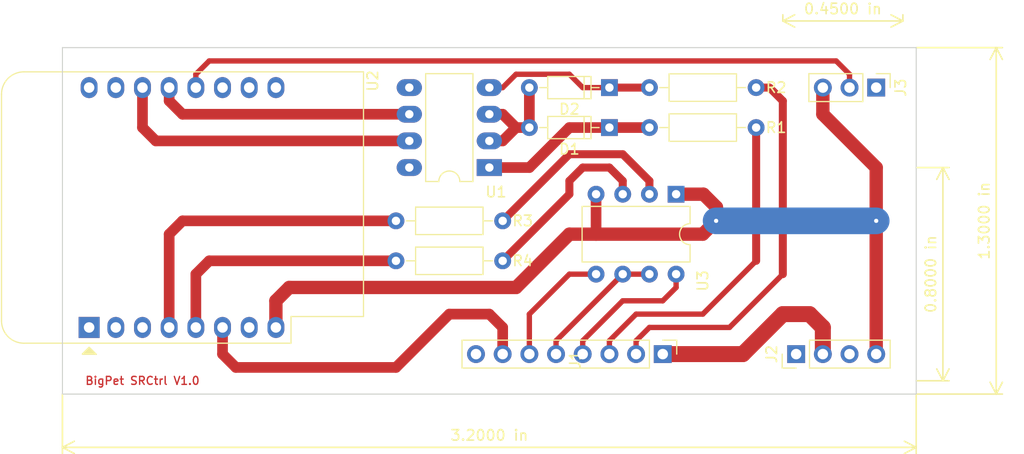
<source format=kicad_pcb>
(kicad_pcb (version 20171130) (host pcbnew "(5.1.0)-1")

  (general
    (thickness 1.6)
    (drawings 9)
    (tracks 96)
    (zones 0)
    (modules 12)
    (nets 20)
  )

  (page A4)
  (layers
    (0 F.Cu signal)
    (31 B.Cu signal)
    (32 B.Adhes user)
    (33 F.Adhes user)
    (34 B.Paste user)
    (35 F.Paste user)
    (36 B.SilkS user)
    (37 F.SilkS user)
    (38 B.Mask user)
    (39 F.Mask user)
    (40 Dwgs.User user)
    (41 Cmts.User user)
    (42 Eco1.User user)
    (43 Eco2.User user)
    (44 Edge.Cuts user)
    (45 Margin user)
    (46 B.CrtYd user)
    (47 F.CrtYd user)
    (48 B.Fab user)
    (49 F.Fab user)
  )

  (setup
    (last_trace_width 0.762)
    (user_trace_width 0.254)
    (user_trace_width 0.508)
    (user_trace_width 0.762)
    (user_trace_width 1.016)
    (user_trace_width 1.27)
    (user_trace_width 1.524)
    (user_trace_width 2.032)
    (user_trace_width 2.54)
    (user_trace_width 3.81)
    (user_trace_width 5.08)
    (trace_clearance 0.25)
    (zone_clearance 0.508)
    (zone_45_only no)
    (trace_min 0.2)
    (via_size 0.8)
    (via_drill 0.4)
    (via_min_size 0.4)
    (via_min_drill 0.3)
    (uvia_size 0.3)
    (uvia_drill 0.1)
    (uvias_allowed no)
    (uvia_min_size 0.2)
    (uvia_min_drill 0.1)
    (edge_width 0.1)
    (segment_width 0.2)
    (pcb_text_width 0.3)
    (pcb_text_size 1.5 1.5)
    (mod_edge_width 0.15)
    (mod_text_size 1 1)
    (mod_text_width 0.15)
    (pad_size 1.524 1.524)
    (pad_drill 0.762)
    (pad_to_mask_clearance 0)
    (aux_axis_origin 0 0)
    (visible_elements 7FFFFFFF)
    (pcbplotparams
      (layerselection 0x010fc_ffffffff)
      (usegerberextensions false)
      (usegerberattributes false)
      (usegerberadvancedattributes false)
      (creategerberjobfile false)
      (excludeedgelayer true)
      (linewidth 0.100000)
      (plotframeref false)
      (viasonmask false)
      (mode 1)
      (useauxorigin false)
      (hpglpennumber 1)
      (hpglpenspeed 20)
      (hpglpendiameter 15.000000)
      (psnegative false)
      (psa4output false)
      (plotreference true)
      (plotvalue true)
      (plotinvisibletext false)
      (padsonsilk false)
      (subtractmaskfromsilk false)
      (outputformat 1)
      (mirror false)
      (drillshape 1)
      (scaleselection 1)
      (outputdirectory ""))
  )

  (net 0 "")
  (net 1 "Net-(D1-Pad2)")
  (net 2 "Net-(D1-Pad1)")
  (net 3 "Net-(D2-Pad1)")
  (net 4 GND)
  (net 5 /HallSensorIn)
  (net 6 /TasterOut2)
  (net 7 /TasterOutCom)
  (net 8 /TasterOut1)
  (net 9 /MotorIn2)
  (net 10 /MotorIn1)
  (net 11 +24V)
  (net 12 VCC)
  (net 13 /DQ)
  (net 14 "Net-(R3-Pad2)")
  (net 15 /Taster1)
  (net 16 /Taster2)
  (net 17 "Net-(R4-Pad2)")
  (net 18 /Motor1)
  (net 19 /Motor2)

  (net_class Default "Dies ist die voreingestellte Netzklasse."
    (clearance 0.25)
    (trace_width 0.25)
    (via_dia 0.8)
    (via_drill 0.4)
    (uvia_dia 0.3)
    (uvia_drill 0.1)
    (add_net +24V)
    (add_net /DQ)
    (add_net /HallSensorIn)
    (add_net /Motor1)
    (add_net /Motor2)
    (add_net /MotorIn1)
    (add_net /MotorIn2)
    (add_net /Taster1)
    (add_net /Taster2)
    (add_net /TasterOut1)
    (add_net /TasterOut2)
    (add_net /TasterOutCom)
    (add_net GND)
    (add_net "Net-(D1-Pad1)")
    (add_net "Net-(D1-Pad2)")
    (add_net "Net-(D2-Pad1)")
    (add_net "Net-(R3-Pad2)")
    (add_net "Net-(R4-Pad2)")
    (add_net VCC)
  )

  (module Resistors_ThroughHole:R_Axial_DIN0207_L6.3mm_D2.5mm_P10.16mm_Horizontal (layer F.Cu) (tedit 5874F706) (tstamp 5CFE5D49)
    (at 123.19 45.72)
    (descr "Resistor, Axial_DIN0207 series, Axial, Horizontal, pin pitch=10.16mm, 0.25W = 1/4W, length*diameter=6.3*2.5mm^2, http://cdn-reichelt.de/documents/datenblatt/B400/1_4W%23YAG.pdf")
    (tags "Resistor Axial_DIN0207 series Axial Horizontal pin pitch 10.16mm 0.25W = 1/4W length 6.3mm diameter 2.5mm")
    (path /5C9AF440)
    (fp_text reference R4 (at 12.065 0) (layer F.SilkS)
      (effects (font (size 1 1) (thickness 0.15)))
    )
    (fp_text value 560 (at 5.08 0) (layer F.Fab)
      (effects (font (size 1 1) (thickness 0.15)))
    )
    (fp_line (start 1.93 -1.25) (end 1.93 1.25) (layer F.Fab) (width 0.1))
    (fp_line (start 1.93 1.25) (end 8.23 1.25) (layer F.Fab) (width 0.1))
    (fp_line (start 8.23 1.25) (end 8.23 -1.25) (layer F.Fab) (width 0.1))
    (fp_line (start 8.23 -1.25) (end 1.93 -1.25) (layer F.Fab) (width 0.1))
    (fp_line (start 0 0) (end 1.93 0) (layer F.Fab) (width 0.1))
    (fp_line (start 10.16 0) (end 8.23 0) (layer F.Fab) (width 0.1))
    (fp_line (start 1.87 -1.31) (end 1.87 1.31) (layer F.SilkS) (width 0.12))
    (fp_line (start 1.87 1.31) (end 8.29 1.31) (layer F.SilkS) (width 0.12))
    (fp_line (start 8.29 1.31) (end 8.29 -1.31) (layer F.SilkS) (width 0.12))
    (fp_line (start 8.29 -1.31) (end 1.87 -1.31) (layer F.SilkS) (width 0.12))
    (fp_line (start 0.98 0) (end 1.87 0) (layer F.SilkS) (width 0.12))
    (fp_line (start 9.18 0) (end 8.29 0) (layer F.SilkS) (width 0.12))
    (fp_line (start -1.05 -1.6) (end -1.05 1.6) (layer F.CrtYd) (width 0.05))
    (fp_line (start -1.05 1.6) (end 11.25 1.6) (layer F.CrtYd) (width 0.05))
    (fp_line (start 11.25 1.6) (end 11.25 -1.6) (layer F.CrtYd) (width 0.05))
    (fp_line (start 11.25 -1.6) (end -1.05 -1.6) (layer F.CrtYd) (width 0.05))
    (pad 1 thru_hole circle (at 0 0) (size 1.6 1.6) (drill 0.8) (layers *.Cu *.Mask)
      (net 16 /Taster2))
    (pad 2 thru_hole oval (at 10.16 0) (size 1.6 1.6) (drill 0.8) (layers *.Cu *.Mask)
      (net 17 "Net-(R4-Pad2)"))
    (model ${KISYS3DMOD}/Resistors_THT.3dshapes/R_Axial_DIN0207_L6.3mm_D2.5mm_P10.16mm_Horizontal.wrl
      (at (xyz 0 0 0))
      (scale (xyz 0.393701 0.393701 0.393701))
      (rotate (xyz 0 0 0))
    )
  )

  (module Module:WEMOS_D1_mini_light (layer F.Cu) (tedit 5BBFB1CE) (tstamp 5CFE5DA8)
    (at 93.98 52.07 90)
    (descr "16-pin module, column spacing 22.86 mm (900 mils), https://wiki.wemos.cc/products:d1:d1_mini, https://c1.staticflickr.com/1/734/31400410271_f278b087db_z.jpg")
    (tags "ESP8266 WiFi microcontroller")
    (path /5C9AA4E6)
    (fp_text reference U2 (at 23.495 27 90) (layer F.SilkS)
      (effects (font (size 1 1) (thickness 0.15)))
    )
    (fp_text value WeMos_D1_mini (at 11.7 0 90) (layer F.Fab)
      (effects (font (size 1 1) (thickness 0.15)))
    )
    (fp_line (start 1.04 26.12) (end 24.36 26.12) (layer F.SilkS) (width 0.12))
    (fp_line (start -1.5 19.22) (end -1.5 -6.21) (layer F.SilkS) (width 0.12))
    (fp_line (start 24.36 26.12) (end 24.36 -6.21) (layer F.SilkS) (width 0.12))
    (fp_line (start 22.24 -8.34) (end 0.63 -8.34) (layer F.SilkS) (width 0.12))
    (fp_line (start 1.17 25.99) (end 24.23 25.99) (layer F.Fab) (width 0.1))
    (fp_line (start 24.23 25.99) (end 24.23 -6.21) (layer F.Fab) (width 0.1))
    (fp_line (start 22.23 -8.21) (end 0.63 -8.21) (layer F.Fab) (width 0.1))
    (fp_line (start -1.37 1) (end -1.37 19.09) (layer F.Fab) (width 0.1))
    (fp_line (start -1.62 -8.46) (end 24.48 -8.46) (layer F.CrtYd) (width 0.05))
    (fp_line (start 24.48 -8.41) (end 24.48 26.24) (layer F.CrtYd) (width 0.05))
    (fp_line (start 24.48 26.24) (end -1.62 26.24) (layer F.CrtYd) (width 0.05))
    (fp_line (start -1.62 26.24) (end -1.62 -8.46) (layer F.CrtYd) (width 0.05))
    (fp_poly (pts (xy -2.54 -0.635) (xy -2.54 0.635) (xy -1.905 0)) (layer F.SilkS) (width 0.15))
    (fp_line (start -1.35 -1.4) (end 24.25 -1.4) (layer Dwgs.User) (width 0.1))
    (fp_line (start 24.25 -1.4) (end 24.25 -8.2) (layer Dwgs.User) (width 0.1))
    (fp_line (start 24.25 -8.2) (end -1.35 -8.2) (layer Dwgs.User) (width 0.1))
    (fp_line (start -1.35 -8.2) (end -1.35 -1.4) (layer Dwgs.User) (width 0.1))
    (fp_line (start -1.35 -1.4) (end 5.45 -8.2) (layer Dwgs.User) (width 0.1))
    (fp_line (start 0.65 -1.4) (end 7.45 -8.2) (layer Dwgs.User) (width 0.1))
    (fp_line (start 2.65 -1.4) (end 9.45 -8.2) (layer Dwgs.User) (width 0.1))
    (fp_line (start 4.65 -1.4) (end 11.45 -8.2) (layer Dwgs.User) (width 0.1))
    (fp_line (start 6.65 -1.4) (end 13.45 -8.2) (layer Dwgs.User) (width 0.1))
    (fp_line (start 8.65 -1.4) (end 15.45 -8.2) (layer Dwgs.User) (width 0.1))
    (fp_line (start 10.65 -1.4) (end 17.45 -8.2) (layer Dwgs.User) (width 0.1))
    (fp_line (start 12.65 -1.4) (end 19.45 -8.2) (layer Dwgs.User) (width 0.1))
    (fp_line (start 14.65 -1.4) (end 21.45 -8.2) (layer Dwgs.User) (width 0.1))
    (fp_line (start 16.65 -1.4) (end 23.45 -8.2) (layer Dwgs.User) (width 0.1))
    (fp_line (start 18.65 -1.4) (end 24.25 -7) (layer Dwgs.User) (width 0.1))
    (fp_line (start 20.65 -1.4) (end 24.25 -5) (layer Dwgs.User) (width 0.1))
    (fp_line (start 22.65 -1.4) (end 24.25 -3) (layer Dwgs.User) (width 0.1))
    (fp_line (start -1.35 -3.4) (end 3.45 -8.2) (layer Dwgs.User) (width 0.1))
    (fp_line (start -1.3 -5.45) (end 1.45 -8.2) (layer Dwgs.User) (width 0.1))
    (fp_line (start -1.35 -7.4) (end -0.55 -8.2) (layer Dwgs.User) (width 0.1))
    (fp_line (start -1.37 19.09) (end 1.17 19.09) (layer F.Fab) (width 0.1))
    (fp_line (start 1.17 19.09) (end 1.17 25.99) (layer F.Fab) (width 0.1))
    (fp_line (start -1.37 -6.21) (end -1.37 -1) (layer F.Fab) (width 0.1))
    (fp_line (start -1.37 1) (end -0.37 0) (layer F.Fab) (width 0.1))
    (fp_line (start -0.37 0) (end -1.37 -1) (layer F.Fab) (width 0.1))
    (fp_arc (start 0.63 -6.21) (end 0.63 -8.21) (angle -90) (layer F.Fab) (width 0.1))
    (fp_arc (start 22.23 -6.21) (end 24.23 -6.19) (angle -90) (layer F.Fab) (width 0.1))
    (fp_line (start -1.5 19.22) (end 1.04 19.22) (layer F.SilkS) (width 0.12))
    (fp_line (start 1.04 19.22) (end 1.04 26.12) (layer F.SilkS) (width 0.12))
    (fp_arc (start 0.63 -6.21) (end 0.63 -8.34) (angle -90) (layer F.SilkS) (width 0.12))
    (fp_arc (start 22.23 -6.21) (end 24.36 -6.21) (angle -90) (layer F.SilkS) (width 0.12))
    (fp_text user "KEEP OUT" (at 11.43 -6.35 90) (layer Cmts.User)
      (effects (font (size 1 1) (thickness 0.15)))
    )
    (fp_text user "No copper" (at 11.43 -3.81 90) (layer Cmts.User)
      (effects (font (size 1 1) (thickness 0.15)))
    )
    (pad 2 thru_hole oval (at 0 2.54 90) (size 2 1.6) (drill 1) (layers *.Cu *.Mask))
    (pad 1 thru_hole rect (at 0 0 90) (size 2 2) (drill 1) (layers *.Cu *.Mask))
    (pad 3 thru_hole oval (at 0 5.08 90) (size 2 1.6) (drill 1) (layers *.Cu *.Mask))
    (pad 4 thru_hole oval (at 0 7.62 90) (size 2 1.6) (drill 1) (layers *.Cu *.Mask)
      (net 15 /Taster1))
    (pad 5 thru_hole oval (at 0 10.16 90) (size 2 1.6) (drill 1) (layers *.Cu *.Mask)
      (net 16 /Taster2))
    (pad 6 thru_hole oval (at 0 12.7 90) (size 2 1.6) (drill 1) (layers *.Cu *.Mask)
      (net 5 /HallSensorIn))
    (pad 7 thru_hole oval (at 0 15.24 90) (size 2 1.6) (drill 1) (layers *.Cu *.Mask))
    (pad 8 thru_hole oval (at 0 17.78 90) (size 2 1.6) (drill 1) (layers *.Cu *.Mask)
      (net 12 VCC))
    (pad 9 thru_hole oval (at 22.86 17.78 90) (size 2 1.6) (drill 1) (layers *.Cu *.Mask))
    (pad 10 thru_hole oval (at 22.86 15.24 90) (size 2 1.6) (drill 1) (layers *.Cu *.Mask)
      (net 4 GND))
    (pad 11 thru_hole oval (at 22.86 12.7 90) (size 2 1.6) (drill 1) (layers *.Cu *.Mask))
    (pad 12 thru_hole oval (at 22.86 10.16 90) (size 2 1.6) (drill 1) (layers *.Cu *.Mask)
      (net 13 /DQ))
    (pad 13 thru_hole oval (at 22.86 7.62 90) (size 2 1.6) (drill 1) (layers *.Cu *.Mask)
      (net 19 /Motor2))
    (pad 14 thru_hole oval (at 22.86 5.08 90) (size 2 1.6) (drill 1) (layers *.Cu *.Mask)
      (net 18 /Motor1))
    (pad 15 thru_hole oval (at 22.86 2.54 90) (size 2 1.6) (drill 1) (layers *.Cu *.Mask))
    (pad 16 thru_hole oval (at 22.86 0 90) (size 2 1.6) (drill 1) (layers *.Cu *.Mask))
    (model ${KISYS3DMOD}/Module.3dshapes/WEMOS_D1_mini_light.wrl
      (at (xyz 0 0 0))
      (scale (xyz 1 1 1))
      (rotate (xyz 0 0 0))
    )
    (model ${KISYS3DMOD}/Connector_PinHeader_2.54mm.3dshapes/PinHeader_1x08_P2.54mm_Vertical.wrl
      (offset (xyz 0 0 9.5))
      (scale (xyz 1 1 1))
      (rotate (xyz 0 -180 0))
    )
    (model ${KISYS3DMOD}/Connector_PinHeader_2.54mm.3dshapes/PinHeader_1x08_P2.54mm_Vertical.wrl
      (offset (xyz 22.86 0 9.5))
      (scale (xyz 1 1 1))
      (rotate (xyz 0 -180 0))
    )
    (model ${KISYS3DMOD}/Connector_PinSocket_2.54mm.3dshapes/PinSocket_1x08_P2.54mm_Vertical.wrl
      (at (xyz 0 0 0))
      (scale (xyz 1 1 1))
      (rotate (xyz 0 0 0))
    )
    (model ${KISYS3DMOD}/Connector_PinSocket_2.54mm.3dshapes/PinSocket_1x08_P2.54mm_Vertical.wrl
      (offset (xyz 22.86 0 0))
      (scale (xyz 1 1 1))
      (rotate (xyz 0 0 0))
    )
  )

  (module Pin_Headers:Pin_Header_Straight_1x08_Pitch2.54mm (layer F.Cu) (tedit 59650532) (tstamp 5CFF4603)
    (at 148.59 54.61 270)
    (descr "Through hole straight pin header, 1x08, 2.54mm pitch, single row")
    (tags "Through hole pin header THT 1x08 2.54mm single row")
    (path /5CF996DA)
    (fp_text reference J1 (at 0.534999 8.334999 270) (layer F.SilkS)
      (effects (font (size 1 1) (thickness 0.15)))
    )
    (fp_text value GW60 (at 2.54 8.89) (layer F.Fab)
      (effects (font (size 1 1) (thickness 0.15)))
    )
    (fp_text user %R (at 0 8.89) (layer F.Fab)
      (effects (font (size 1 1) (thickness 0.15)))
    )
    (fp_line (start 1.8 -1.8) (end -1.8 -1.8) (layer F.CrtYd) (width 0.05))
    (fp_line (start 1.8 19.55) (end 1.8 -1.8) (layer F.CrtYd) (width 0.05))
    (fp_line (start -1.8 19.55) (end 1.8 19.55) (layer F.CrtYd) (width 0.05))
    (fp_line (start -1.8 -1.8) (end -1.8 19.55) (layer F.CrtYd) (width 0.05))
    (fp_line (start -1.33 -1.33) (end 0 -1.33) (layer F.SilkS) (width 0.12))
    (fp_line (start -1.33 0) (end -1.33 -1.33) (layer F.SilkS) (width 0.12))
    (fp_line (start -1.33 1.27) (end 1.33 1.27) (layer F.SilkS) (width 0.12))
    (fp_line (start 1.33 1.27) (end 1.33 19.11) (layer F.SilkS) (width 0.12))
    (fp_line (start -1.33 1.27) (end -1.33 19.11) (layer F.SilkS) (width 0.12))
    (fp_line (start -1.33 19.11) (end 1.33 19.11) (layer F.SilkS) (width 0.12))
    (fp_line (start -1.27 -0.635) (end -0.635 -1.27) (layer F.Fab) (width 0.1))
    (fp_line (start -1.27 19.05) (end -1.27 -0.635) (layer F.Fab) (width 0.1))
    (fp_line (start 1.27 19.05) (end -1.27 19.05) (layer F.Fab) (width 0.1))
    (fp_line (start 1.27 -1.27) (end 1.27 19.05) (layer F.Fab) (width 0.1))
    (fp_line (start -0.635 -1.27) (end 1.27 -1.27) (layer F.Fab) (width 0.1))
    (pad 8 thru_hole oval (at 0 17.78 270) (size 1.7 1.7) (drill 1) (layers *.Cu *.Mask)
      (net 4 GND))
    (pad 7 thru_hole oval (at 0 15.24 270) (size 1.7 1.7) (drill 1) (layers *.Cu *.Mask)
      (net 5 /HallSensorIn))
    (pad 6 thru_hole oval (at 0 12.7 270) (size 1.7 1.7) (drill 1) (layers *.Cu *.Mask)
      (net 6 /TasterOut2))
    (pad 5 thru_hole oval (at 0 10.16 270) (size 1.7 1.7) (drill 1) (layers *.Cu *.Mask)
      (net 7 /TasterOutCom))
    (pad 4 thru_hole oval (at 0 7.62 270) (size 1.7 1.7) (drill 1) (layers *.Cu *.Mask)
      (net 8 /TasterOut1))
    (pad 3 thru_hole oval (at 0 5.08 270) (size 1.7 1.7) (drill 1) (layers *.Cu *.Mask)
      (net 10 /MotorIn1))
    (pad 2 thru_hole oval (at 0 2.54 270) (size 1.7 1.7) (drill 1) (layers *.Cu *.Mask)
      (net 9 /MotorIn2))
    (pad 1 thru_hole rect (at 0 0 270) (size 1.7 1.7) (drill 1) (layers *.Cu *.Mask)
      (net 11 +24V))
    (model ${KISYS3DMOD}/Pin_Headers.3dshapes/Pin_Header_Straight_1x08_Pitch2.54mm.wrl
      (at (xyz 0 0 0))
      (scale (xyz 1 1 1))
      (rotate (xyz 0 0 0))
    )
  )

  (module Housings_DIP:DIP-8_W7.62mm (layer F.Cu) (tedit 59C78D6B) (tstamp 5CFED030)
    (at 149.86 39.37 270)
    (descr "8-lead though-hole mounted DIP package, row spacing 7.62 mm (300 mils)")
    (tags "THT DIP DIL PDIP 2.54mm 7.62mm 300mil")
    (path /5C9A528C)
    (fp_text reference U3 (at 8.255 -2.54 270) (layer F.SilkS)
      (effects (font (size 1 1) (thickness 0.15)))
    )
    (fp_text value TLP504A (at 2.54 3.81) (layer F.Fab)
      (effects (font (size 1 1) (thickness 0.15)))
    )
    (fp_text user %R (at 5.08 4.445) (layer F.Fab)
      (effects (font (size 1 1) (thickness 0.15)))
    )
    (fp_line (start 8.7 -1.55) (end -1.1 -1.55) (layer F.CrtYd) (width 0.05))
    (fp_line (start 8.7 9.15) (end 8.7 -1.55) (layer F.CrtYd) (width 0.05))
    (fp_line (start -1.1 9.15) (end 8.7 9.15) (layer F.CrtYd) (width 0.05))
    (fp_line (start -1.1 -1.55) (end -1.1 9.15) (layer F.CrtYd) (width 0.05))
    (fp_line (start 6.46 -1.33) (end 4.81 -1.33) (layer F.SilkS) (width 0.12))
    (fp_line (start 6.46 8.95) (end 6.46 -1.33) (layer F.SilkS) (width 0.12))
    (fp_line (start 1.16 8.95) (end 6.46 8.95) (layer F.SilkS) (width 0.12))
    (fp_line (start 1.16 -1.33) (end 1.16 8.95) (layer F.SilkS) (width 0.12))
    (fp_line (start 2.81 -1.33) (end 1.16 -1.33) (layer F.SilkS) (width 0.12))
    (fp_line (start 0.635 -0.27) (end 1.635 -1.27) (layer F.Fab) (width 0.1))
    (fp_line (start 0.635 8.89) (end 0.635 -0.27) (layer F.Fab) (width 0.1))
    (fp_line (start 6.985 8.89) (end 0.635 8.89) (layer F.Fab) (width 0.1))
    (fp_line (start 6.985 -1.27) (end 6.985 8.89) (layer F.Fab) (width 0.1))
    (fp_line (start 1.635 -1.27) (end 6.985 -1.27) (layer F.Fab) (width 0.1))
    (fp_arc (start 3.81 -1.33) (end 2.81 -1.33) (angle -180) (layer F.SilkS) (width 0.12))
    (pad 8 thru_hole oval (at 7.62 0 270) (size 1.6 1.6) (drill 0.8) (layers *.Cu *.Mask)
      (net 8 /TasterOut1))
    (pad 4 thru_hole oval (at 0 7.62 270) (size 1.6 1.6) (drill 0.8) (layers *.Cu *.Mask)
      (net 12 VCC))
    (pad 7 thru_hole oval (at 7.62 2.54 270) (size 1.6 1.6) (drill 0.8) (layers *.Cu *.Mask)
      (net 7 /TasterOutCom))
    (pad 3 thru_hole oval (at 0 5.08 270) (size 1.6 1.6) (drill 0.8) (layers *.Cu *.Mask)
      (net 17 "Net-(R4-Pad2)"))
    (pad 6 thru_hole oval (at 7.62 5.08 270) (size 1.6 1.6) (drill 0.8) (layers *.Cu *.Mask)
      (net 7 /TasterOutCom))
    (pad 2 thru_hole oval (at 0 2.54 270) (size 1.6 1.6) (drill 0.8) (layers *.Cu *.Mask)
      (net 14 "Net-(R3-Pad2)"))
    (pad 5 thru_hole oval (at 7.62 7.62 270) (size 1.6 1.6) (drill 0.8) (layers *.Cu *.Mask)
      (net 6 /TasterOut2))
    (pad 1 thru_hole rect (at 0 0 270) (size 1.6 1.6) (drill 0.8) (layers *.Cu *.Mask)
      (net 12 VCC))
    (model ${KISYS3DMOD}/Housings_DIP.3dshapes/DIP-8_W7.62mm.wrl
      (at (xyz 0 0 0))
      (scale (xyz 1 1 1))
      (rotate (xyz 0 0 0))
    )
  )

  (module Housings_DIP:DIP-8_W7.62mm_LongPads (layer F.Cu) (tedit 59C78D6B) (tstamp 5CFE5D65)
    (at 132.08 36.83 180)
    (descr "8-lead though-hole mounted DIP package, row spacing 7.62 mm (300 mils), LongPads")
    (tags "THT DIP DIL PDIP 2.54mm 7.62mm 300mil LongPads")
    (path /5C9A21C0)
    (fp_text reference U1 (at -0.635 -2.33 180) (layer F.SilkS)
      (effects (font (size 1 1) (thickness 0.15)))
    )
    (fp_text value TLP504A (at 4.445 3.81 270) (layer F.Fab)
      (effects (font (size 1 1) (thickness 0.15)))
    )
    (fp_text user %R (at 2.54 3.81 270) (layer F.Fab)
      (effects (font (size 1 1) (thickness 0.15)))
    )
    (fp_line (start 9.1 -1.55) (end -1.45 -1.55) (layer F.CrtYd) (width 0.05))
    (fp_line (start 9.1 9.15) (end 9.1 -1.55) (layer F.CrtYd) (width 0.05))
    (fp_line (start -1.45 9.15) (end 9.1 9.15) (layer F.CrtYd) (width 0.05))
    (fp_line (start -1.45 -1.55) (end -1.45 9.15) (layer F.CrtYd) (width 0.05))
    (fp_line (start 6.06 -1.33) (end 4.81 -1.33) (layer F.SilkS) (width 0.12))
    (fp_line (start 6.06 8.95) (end 6.06 -1.33) (layer F.SilkS) (width 0.12))
    (fp_line (start 1.56 8.95) (end 6.06 8.95) (layer F.SilkS) (width 0.12))
    (fp_line (start 1.56 -1.33) (end 1.56 8.95) (layer F.SilkS) (width 0.12))
    (fp_line (start 2.81 -1.33) (end 1.56 -1.33) (layer F.SilkS) (width 0.12))
    (fp_line (start 0.635 -0.27) (end 1.635 -1.27) (layer F.Fab) (width 0.1))
    (fp_line (start 0.635 8.89) (end 0.635 -0.27) (layer F.Fab) (width 0.1))
    (fp_line (start 6.985 8.89) (end 0.635 8.89) (layer F.Fab) (width 0.1))
    (fp_line (start 6.985 -1.27) (end 6.985 8.89) (layer F.Fab) (width 0.1))
    (fp_line (start 1.635 -1.27) (end 6.985 -1.27) (layer F.Fab) (width 0.1))
    (fp_arc (start 3.81 -1.33) (end 2.81 -1.33) (angle -180) (layer F.SilkS) (width 0.12))
    (pad 8 thru_hole oval (at 7.62 0 180) (size 2.4 1.6) (drill 0.8) (layers *.Cu *.Mask)
      (net 4 GND))
    (pad 4 thru_hole oval (at 0 7.62 180) (size 2.4 1.6) (drill 0.8) (layers *.Cu *.Mask)
      (net 3 "Net-(D2-Pad1)"))
    (pad 7 thru_hole oval (at 7.62 2.54 180) (size 2.4 1.6) (drill 0.8) (layers *.Cu *.Mask)
      (net 18 /Motor1))
    (pad 3 thru_hole oval (at 0 5.08 180) (size 2.4 1.6) (drill 0.8) (layers *.Cu *.Mask)
      (net 1 "Net-(D1-Pad2)"))
    (pad 6 thru_hole oval (at 7.62 5.08 180) (size 2.4 1.6) (drill 0.8) (layers *.Cu *.Mask)
      (net 19 /Motor2))
    (pad 2 thru_hole oval (at 0 2.54 180) (size 2.4 1.6) (drill 0.8) (layers *.Cu *.Mask)
      (net 1 "Net-(D1-Pad2)"))
    (pad 5 thru_hole oval (at 7.62 7.62 180) (size 2.4 1.6) (drill 0.8) (layers *.Cu *.Mask)
      (net 4 GND))
    (pad 1 thru_hole rect (at 0 0 180) (size 2.4 1.6) (drill 0.8) (layers *.Cu *.Mask)
      (net 2 "Net-(D1-Pad1)"))
    (model ${KISYS3DMOD}/Housings_DIP.3dshapes/DIP-8_W7.62mm.wrl
      (at (xyz 0 0 0))
      (scale (xyz 1 1 1))
      (rotate (xyz 0 0 0))
    )
  )

  (module Diodes_ThroughHole:D_DO-35_SOD27_P7.62mm_Horizontal (layer F.Cu) (tedit 5921392F) (tstamp 5CFE5C8B)
    (at 143.51 33.02 180)
    (descr "D, DO-35_SOD27 series, Axial, Horizontal, pin pitch=7.62mm, , length*diameter=4*2mm^2, , http://www.diodes.com/_files/packages/DO-35.pdf")
    (tags "D DO-35_SOD27 series Axial Horizontal pin pitch 7.62mm  length 4mm diameter 2mm")
    (path /5C99D8AD)
    (fp_text reference D1 (at 3.81 -2.06 180) (layer F.SilkS)
      (effects (font (size 1 1) (thickness 0.15)))
    )
    (fp_text value BAT41 (at 3.81 0 180) (layer F.Fab)
      (effects (font (size 1 1) (thickness 0.15)))
    )
    (fp_line (start 8.7 -1.35) (end -1.05 -1.35) (layer F.CrtYd) (width 0.05))
    (fp_line (start 8.7 1.35) (end 8.7 -1.35) (layer F.CrtYd) (width 0.05))
    (fp_line (start -1.05 1.35) (end 8.7 1.35) (layer F.CrtYd) (width 0.05))
    (fp_line (start -1.05 -1.35) (end -1.05 1.35) (layer F.CrtYd) (width 0.05))
    (fp_line (start 2.41 -1.06) (end 2.41 1.06) (layer F.SilkS) (width 0.12))
    (fp_line (start 6.64 0) (end 5.87 0) (layer F.SilkS) (width 0.12))
    (fp_line (start 0.98 0) (end 1.75 0) (layer F.SilkS) (width 0.12))
    (fp_line (start 5.87 -1.06) (end 1.75 -1.06) (layer F.SilkS) (width 0.12))
    (fp_line (start 5.87 1.06) (end 5.87 -1.06) (layer F.SilkS) (width 0.12))
    (fp_line (start 1.75 1.06) (end 5.87 1.06) (layer F.SilkS) (width 0.12))
    (fp_line (start 1.75 -1.06) (end 1.75 1.06) (layer F.SilkS) (width 0.12))
    (fp_line (start 2.41 -1) (end 2.41 1) (layer F.Fab) (width 0.1))
    (fp_line (start 7.62 0) (end 5.81 0) (layer F.Fab) (width 0.1))
    (fp_line (start 0 0) (end 1.81 0) (layer F.Fab) (width 0.1))
    (fp_line (start 5.81 -1) (end 1.81 -1) (layer F.Fab) (width 0.1))
    (fp_line (start 5.81 1) (end 5.81 -1) (layer F.Fab) (width 0.1))
    (fp_line (start 1.81 1) (end 5.81 1) (layer F.Fab) (width 0.1))
    (fp_line (start 1.81 -1) (end 1.81 1) (layer F.Fab) (width 0.1))
    (fp_text user %R (at -1.905 0 180) (layer F.Fab)
      (effects (font (size 1 1) (thickness 0.15)))
    )
    (pad 2 thru_hole oval (at 7.62 0 180) (size 1.6 1.6) (drill 0.8) (layers *.Cu *.Mask)
      (net 1 "Net-(D1-Pad2)"))
    (pad 1 thru_hole rect (at 0 0 180) (size 1.6 1.6) (drill 0.8) (layers *.Cu *.Mask)
      (net 2 "Net-(D1-Pad1)"))
    (model ${KISYS3DMOD}/Diodes_THT.3dshapes/D_DO-35_SOD27_P7.62mm_Horizontal.wrl
      (at (xyz 0 0 0))
      (scale (xyz 0.393701 0.393701 0.393701))
      (rotate (xyz 0 0 0))
    )
  )

  (module Diodes_ThroughHole:D_DO-35_SOD27_P7.62mm_Horizontal (layer F.Cu) (tedit 5921392F) (tstamp 5CFE5CA4)
    (at 143.51 29.21 180)
    (descr "D, DO-35_SOD27 series, Axial, Horizontal, pin pitch=7.62mm, , length*diameter=4*2mm^2, , http://www.diodes.com/_files/packages/DO-35.pdf")
    (tags "D DO-35_SOD27 series Axial Horizontal pin pitch 7.62mm  length 4mm diameter 2mm")
    (path /5C99EBB6)
    (fp_text reference D2 (at 3.81 -2.06 180) (layer F.SilkS)
      (effects (font (size 1 1) (thickness 0.15)))
    )
    (fp_text value BAT41 (at 3.81 0 180) (layer F.Fab)
      (effects (font (size 1 1) (thickness 0.15)))
    )
    (fp_text user %R (at -1.905 0 180) (layer F.Fab)
      (effects (font (size 1 1) (thickness 0.15)))
    )
    (fp_line (start 1.81 -1) (end 1.81 1) (layer F.Fab) (width 0.1))
    (fp_line (start 1.81 1) (end 5.81 1) (layer F.Fab) (width 0.1))
    (fp_line (start 5.81 1) (end 5.81 -1) (layer F.Fab) (width 0.1))
    (fp_line (start 5.81 -1) (end 1.81 -1) (layer F.Fab) (width 0.1))
    (fp_line (start 0 0) (end 1.81 0) (layer F.Fab) (width 0.1))
    (fp_line (start 7.62 0) (end 5.81 0) (layer F.Fab) (width 0.1))
    (fp_line (start 2.41 -1) (end 2.41 1) (layer F.Fab) (width 0.1))
    (fp_line (start 1.75 -1.06) (end 1.75 1.06) (layer F.SilkS) (width 0.12))
    (fp_line (start 1.75 1.06) (end 5.87 1.06) (layer F.SilkS) (width 0.12))
    (fp_line (start 5.87 1.06) (end 5.87 -1.06) (layer F.SilkS) (width 0.12))
    (fp_line (start 5.87 -1.06) (end 1.75 -1.06) (layer F.SilkS) (width 0.12))
    (fp_line (start 0.98 0) (end 1.75 0) (layer F.SilkS) (width 0.12))
    (fp_line (start 6.64 0) (end 5.87 0) (layer F.SilkS) (width 0.12))
    (fp_line (start 2.41 -1.06) (end 2.41 1.06) (layer F.SilkS) (width 0.12))
    (fp_line (start -1.05 -1.35) (end -1.05 1.35) (layer F.CrtYd) (width 0.05))
    (fp_line (start -1.05 1.35) (end 8.7 1.35) (layer F.CrtYd) (width 0.05))
    (fp_line (start 8.7 1.35) (end 8.7 -1.35) (layer F.CrtYd) (width 0.05))
    (fp_line (start 8.7 -1.35) (end -1.05 -1.35) (layer F.CrtYd) (width 0.05))
    (pad 1 thru_hole rect (at 0 0 180) (size 1.6 1.6) (drill 0.8) (layers *.Cu *.Mask)
      (net 3 "Net-(D2-Pad1)"))
    (pad 2 thru_hole oval (at 7.62 0 180) (size 1.6 1.6) (drill 0.8) (layers *.Cu *.Mask)
      (net 1 "Net-(D1-Pad2)"))
    (model ${KISYS3DMOD}/Diodes_THT.3dshapes/D_DO-35_SOD27_P7.62mm_Horizontal.wrl
      (at (xyz 0 0 0))
      (scale (xyz 0.393701 0.393701 0.393701))
      (rotate (xyz 0 0 0))
    )
  )

  (module Pin_Headers:Pin_Header_Straight_1x04_Pitch2.54mm (layer F.Cu) (tedit 59650532) (tstamp 5CFE5CD8)
    (at 161.29 54.61 90)
    (descr "Through hole straight pin header, 1x04, 2.54mm pitch, single row")
    (tags "Through hole pin header THT 1x04 2.54mm single row")
    (path /5CF9A639)
    (fp_text reference J2 (at 0 -2.33 90) (layer F.SilkS)
      (effects (font (size 1 1) (thickness 0.15)))
    )
    (fp_text value "DC-DC 24V-3.3V" (at -2.54 3.81 180) (layer F.Fab)
      (effects (font (size 1 1) (thickness 0.15)))
    )
    (fp_text user %R (at 0 3.81 180) (layer F.Fab)
      (effects (font (size 1 1) (thickness 0.15)))
    )
    (fp_line (start 1.8 -1.8) (end -1.8 -1.8) (layer F.CrtYd) (width 0.05))
    (fp_line (start 1.8 9.4) (end 1.8 -1.8) (layer F.CrtYd) (width 0.05))
    (fp_line (start -1.8 9.4) (end 1.8 9.4) (layer F.CrtYd) (width 0.05))
    (fp_line (start -1.8 -1.8) (end -1.8 9.4) (layer F.CrtYd) (width 0.05))
    (fp_line (start -1.33 -1.33) (end 0 -1.33) (layer F.SilkS) (width 0.12))
    (fp_line (start -1.33 0) (end -1.33 -1.33) (layer F.SilkS) (width 0.12))
    (fp_line (start -1.33 1.27) (end 1.33 1.27) (layer F.SilkS) (width 0.12))
    (fp_line (start 1.33 1.27) (end 1.33 8.95) (layer F.SilkS) (width 0.12))
    (fp_line (start -1.33 1.27) (end -1.33 8.95) (layer F.SilkS) (width 0.12))
    (fp_line (start -1.33 8.95) (end 1.33 8.95) (layer F.SilkS) (width 0.12))
    (fp_line (start -1.27 -0.635) (end -0.635 -1.27) (layer F.Fab) (width 0.1))
    (fp_line (start -1.27 8.89) (end -1.27 -0.635) (layer F.Fab) (width 0.1))
    (fp_line (start 1.27 8.89) (end -1.27 8.89) (layer F.Fab) (width 0.1))
    (fp_line (start 1.27 -1.27) (end 1.27 8.89) (layer F.Fab) (width 0.1))
    (fp_line (start -0.635 -1.27) (end 1.27 -1.27) (layer F.Fab) (width 0.1))
    (pad 4 thru_hole oval (at 0 7.62 90) (size 1.7 1.7) (drill 1) (layers *.Cu *.Mask)
      (net 12 VCC))
    (pad 3 thru_hole oval (at 0 5.08 90) (size 1.7 1.7) (drill 1) (layers *.Cu *.Mask)
      (net 4 GND))
    (pad 2 thru_hole oval (at 0 2.54 90) (size 1.7 1.7) (drill 1) (layers *.Cu *.Mask)
      (net 11 +24V))
    (pad 1 thru_hole rect (at 0 0 90) (size 1.7 1.7) (drill 1) (layers *.Cu *.Mask))
    (model ${KISYS3DMOD}/Pin_Headers.3dshapes/Pin_Header_Straight_1x04_Pitch2.54mm.wrl
      (at (xyz 0 0 0))
      (scale (xyz 1 1 1))
      (rotate (xyz 0 0 0))
    )
  )

  (module Resistors_ThroughHole:R_Axial_DIN0207_L6.3mm_D2.5mm_P10.16mm_Horizontal (layer F.Cu) (tedit 5874F706) (tstamp 5CFE5D07)
    (at 147.32 33.02)
    (descr "Resistor, Axial_DIN0207 series, Axial, Horizontal, pin pitch=10.16mm, 0.25W = 1/4W, length*diameter=6.3*2.5mm^2, http://cdn-reichelt.de/documents/datenblatt/B400/1_4W%23YAG.pdf")
    (tags "Resistor Axial_DIN0207 series Axial Horizontal pin pitch 10.16mm 0.25W = 1/4W length 6.3mm diameter 2.5mm")
    (path /5C9A58FC)
    (fp_text reference R1 (at 12.065 0) (layer F.SilkS)
      (effects (font (size 1 1) (thickness 0.15)))
    )
    (fp_text value 2k2 (at 5.08 0) (layer F.Fab)
      (effects (font (size 1 1) (thickness 0.15)))
    )
    (fp_line (start 11.25 -1.6) (end -1.05 -1.6) (layer F.CrtYd) (width 0.05))
    (fp_line (start 11.25 1.6) (end 11.25 -1.6) (layer F.CrtYd) (width 0.05))
    (fp_line (start -1.05 1.6) (end 11.25 1.6) (layer F.CrtYd) (width 0.05))
    (fp_line (start -1.05 -1.6) (end -1.05 1.6) (layer F.CrtYd) (width 0.05))
    (fp_line (start 9.18 0) (end 8.29 0) (layer F.SilkS) (width 0.12))
    (fp_line (start 0.98 0) (end 1.87 0) (layer F.SilkS) (width 0.12))
    (fp_line (start 8.29 -1.31) (end 1.87 -1.31) (layer F.SilkS) (width 0.12))
    (fp_line (start 8.29 1.31) (end 8.29 -1.31) (layer F.SilkS) (width 0.12))
    (fp_line (start 1.87 1.31) (end 8.29 1.31) (layer F.SilkS) (width 0.12))
    (fp_line (start 1.87 -1.31) (end 1.87 1.31) (layer F.SilkS) (width 0.12))
    (fp_line (start 10.16 0) (end 8.23 0) (layer F.Fab) (width 0.1))
    (fp_line (start 0 0) (end 1.93 0) (layer F.Fab) (width 0.1))
    (fp_line (start 8.23 -1.25) (end 1.93 -1.25) (layer F.Fab) (width 0.1))
    (fp_line (start 8.23 1.25) (end 8.23 -1.25) (layer F.Fab) (width 0.1))
    (fp_line (start 1.93 1.25) (end 8.23 1.25) (layer F.Fab) (width 0.1))
    (fp_line (start 1.93 -1.25) (end 1.93 1.25) (layer F.Fab) (width 0.1))
    (pad 2 thru_hole oval (at 10.16 0) (size 1.6 1.6) (drill 0.8) (layers *.Cu *.Mask)
      (net 10 /MotorIn1))
    (pad 1 thru_hole circle (at 0 0) (size 1.6 1.6) (drill 0.8) (layers *.Cu *.Mask)
      (net 2 "Net-(D1-Pad1)"))
    (model ${KISYS3DMOD}/Resistors_THT.3dshapes/R_Axial_DIN0207_L6.3mm_D2.5mm_P10.16mm_Horizontal.wrl
      (at (xyz 0 0 0))
      (scale (xyz 0.393701 0.393701 0.393701))
      (rotate (xyz 0 0 0))
    )
  )

  (module Resistors_ThroughHole:R_Axial_DIN0207_L6.3mm_D2.5mm_P10.16mm_Horizontal (layer F.Cu) (tedit 5874F706) (tstamp 5CFE5D1D)
    (at 147.32 29.21)
    (descr "Resistor, Axial_DIN0207 series, Axial, Horizontal, pin pitch=10.16mm, 0.25W = 1/4W, length*diameter=6.3*2.5mm^2, http://cdn-reichelt.de/documents/datenblatt/B400/1_4W%23YAG.pdf")
    (tags "Resistor Axial_DIN0207 series Axial Horizontal pin pitch 10.16mm 0.25W = 1/4W length 6.3mm diameter 2.5mm")
    (path /5C9A5E30)
    (fp_text reference R2 (at 12.065 0) (layer F.SilkS)
      (effects (font (size 1 1) (thickness 0.15)))
    )
    (fp_text value 2k2 (at 5.08 0) (layer F.Fab)
      (effects (font (size 1 1) (thickness 0.15)))
    )
    (fp_line (start 1.93 -1.25) (end 1.93 1.25) (layer F.Fab) (width 0.1))
    (fp_line (start 1.93 1.25) (end 8.23 1.25) (layer F.Fab) (width 0.1))
    (fp_line (start 8.23 1.25) (end 8.23 -1.25) (layer F.Fab) (width 0.1))
    (fp_line (start 8.23 -1.25) (end 1.93 -1.25) (layer F.Fab) (width 0.1))
    (fp_line (start 0 0) (end 1.93 0) (layer F.Fab) (width 0.1))
    (fp_line (start 10.16 0) (end 8.23 0) (layer F.Fab) (width 0.1))
    (fp_line (start 1.87 -1.31) (end 1.87 1.31) (layer F.SilkS) (width 0.12))
    (fp_line (start 1.87 1.31) (end 8.29 1.31) (layer F.SilkS) (width 0.12))
    (fp_line (start 8.29 1.31) (end 8.29 -1.31) (layer F.SilkS) (width 0.12))
    (fp_line (start 8.29 -1.31) (end 1.87 -1.31) (layer F.SilkS) (width 0.12))
    (fp_line (start 0.98 0) (end 1.87 0) (layer F.SilkS) (width 0.12))
    (fp_line (start 9.18 0) (end 8.29 0) (layer F.SilkS) (width 0.12))
    (fp_line (start -1.05 -1.6) (end -1.05 1.6) (layer F.CrtYd) (width 0.05))
    (fp_line (start -1.05 1.6) (end 11.25 1.6) (layer F.CrtYd) (width 0.05))
    (fp_line (start 11.25 1.6) (end 11.25 -1.6) (layer F.CrtYd) (width 0.05))
    (fp_line (start 11.25 -1.6) (end -1.05 -1.6) (layer F.CrtYd) (width 0.05))
    (pad 1 thru_hole circle (at 0 0) (size 1.6 1.6) (drill 0.8) (layers *.Cu *.Mask)
      (net 3 "Net-(D2-Pad1)"))
    (pad 2 thru_hole oval (at 10.16 0) (size 1.6 1.6) (drill 0.8) (layers *.Cu *.Mask)
      (net 9 /MotorIn2))
    (model ${KISYS3DMOD}/Resistors_THT.3dshapes/R_Axial_DIN0207_L6.3mm_D2.5mm_P10.16mm_Horizontal.wrl
      (at (xyz 0 0 0))
      (scale (xyz 0.393701 0.393701 0.393701))
      (rotate (xyz 0 0 0))
    )
  )

  (module Resistors_ThroughHole:R_Axial_DIN0207_L6.3mm_D2.5mm_P10.16mm_Horizontal (layer F.Cu) (tedit 5874F706) (tstamp 5CFE5D33)
    (at 123.19 41.91)
    (descr "Resistor, Axial_DIN0207 series, Axial, Horizontal, pin pitch=10.16mm, 0.25W = 1/4W, length*diameter=6.3*2.5mm^2, http://cdn-reichelt.de/documents/datenblatt/B400/1_4W%23YAG.pdf")
    (tags "Resistor Axial_DIN0207 series Axial Horizontal pin pitch 10.16mm 0.25W = 1/4W length 6.3mm diameter 2.5mm")
    (path /5C9AEDEB)
    (fp_text reference R3 (at 12.065 0) (layer F.SilkS)
      (effects (font (size 1 1) (thickness 0.15)))
    )
    (fp_text value 560 (at 5.08 0) (layer F.Fab)
      (effects (font (size 1 1) (thickness 0.15)))
    )
    (fp_line (start 11.25 -1.6) (end -1.05 -1.6) (layer F.CrtYd) (width 0.05))
    (fp_line (start 11.25 1.6) (end 11.25 -1.6) (layer F.CrtYd) (width 0.05))
    (fp_line (start -1.05 1.6) (end 11.25 1.6) (layer F.CrtYd) (width 0.05))
    (fp_line (start -1.05 -1.6) (end -1.05 1.6) (layer F.CrtYd) (width 0.05))
    (fp_line (start 9.18 0) (end 8.29 0) (layer F.SilkS) (width 0.12))
    (fp_line (start 0.98 0) (end 1.87 0) (layer F.SilkS) (width 0.12))
    (fp_line (start 8.29 -1.31) (end 1.87 -1.31) (layer F.SilkS) (width 0.12))
    (fp_line (start 8.29 1.31) (end 8.29 -1.31) (layer F.SilkS) (width 0.12))
    (fp_line (start 1.87 1.31) (end 8.29 1.31) (layer F.SilkS) (width 0.12))
    (fp_line (start 1.87 -1.31) (end 1.87 1.31) (layer F.SilkS) (width 0.12))
    (fp_line (start 10.16 0) (end 8.23 0) (layer F.Fab) (width 0.1))
    (fp_line (start 0 0) (end 1.93 0) (layer F.Fab) (width 0.1))
    (fp_line (start 8.23 -1.25) (end 1.93 -1.25) (layer F.Fab) (width 0.1))
    (fp_line (start 8.23 1.25) (end 8.23 -1.25) (layer F.Fab) (width 0.1))
    (fp_line (start 1.93 1.25) (end 8.23 1.25) (layer F.Fab) (width 0.1))
    (fp_line (start 1.93 -1.25) (end 1.93 1.25) (layer F.Fab) (width 0.1))
    (pad 2 thru_hole oval (at 10.16 0) (size 1.6 1.6) (drill 0.8) (layers *.Cu *.Mask)
      (net 14 "Net-(R3-Pad2)"))
    (pad 1 thru_hole circle (at 0 0) (size 1.6 1.6) (drill 0.8) (layers *.Cu *.Mask)
      (net 15 /Taster1))
    (model ${KISYS3DMOD}/Resistors_THT.3dshapes/R_Axial_DIN0207_L6.3mm_D2.5mm_P10.16mm_Horizontal.wrl
      (at (xyz 0 0 0))
      (scale (xyz 0.393701 0.393701 0.393701))
      (rotate (xyz 0 0 0))
    )
  )

  (module Pin_Headers:Pin_Header_Straight_1x03_Pitch2.54mm (layer F.Cu) (tedit 59650532) (tstamp 5CFE644B)
    (at 168.91 29.21 270)
    (descr "Through hole straight pin header, 1x03, 2.54mm pitch, single row")
    (tags "Through hole pin header THT 1x03 2.54mm single row")
    (path /5CFEDC44)
    (fp_text reference J3 (at 0 -2.33 270) (layer F.SilkS)
      (effects (font (size 1 1) (thickness 0.15)))
    )
    (fp_text value DS18x20 (at -2.54 0) (layer F.Fab)
      (effects (font (size 1 1) (thickness 0.15)))
    )
    (fp_text user %R (at 0 2.54) (layer F.Fab)
      (effects (font (size 1 1) (thickness 0.15)))
    )
    (fp_line (start 1.8 -1.8) (end -1.8 -1.8) (layer F.CrtYd) (width 0.05))
    (fp_line (start 1.8 6.85) (end 1.8 -1.8) (layer F.CrtYd) (width 0.05))
    (fp_line (start -1.8 6.85) (end 1.8 6.85) (layer F.CrtYd) (width 0.05))
    (fp_line (start -1.8 -1.8) (end -1.8 6.85) (layer F.CrtYd) (width 0.05))
    (fp_line (start -1.33 -1.33) (end 0 -1.33) (layer F.SilkS) (width 0.12))
    (fp_line (start -1.33 0) (end -1.33 -1.33) (layer F.SilkS) (width 0.12))
    (fp_line (start -1.33 1.27) (end 1.33 1.27) (layer F.SilkS) (width 0.12))
    (fp_line (start 1.33 1.27) (end 1.33 6.41) (layer F.SilkS) (width 0.12))
    (fp_line (start -1.33 1.27) (end -1.33 6.41) (layer F.SilkS) (width 0.12))
    (fp_line (start -1.33 6.41) (end 1.33 6.41) (layer F.SilkS) (width 0.12))
    (fp_line (start -1.27 -0.635) (end -0.635 -1.27) (layer F.Fab) (width 0.1))
    (fp_line (start -1.27 6.35) (end -1.27 -0.635) (layer F.Fab) (width 0.1))
    (fp_line (start 1.27 6.35) (end -1.27 6.35) (layer F.Fab) (width 0.1))
    (fp_line (start 1.27 -1.27) (end 1.27 6.35) (layer F.Fab) (width 0.1))
    (fp_line (start -0.635 -1.27) (end 1.27 -1.27) (layer F.Fab) (width 0.1))
    (pad 3 thru_hole oval (at 0 5.08 270) (size 1.7 1.7) (drill 1) (layers *.Cu *.Mask)
      (net 12 VCC))
    (pad 2 thru_hole oval (at 0 2.54 270) (size 1.7 1.7) (drill 1) (layers *.Cu *.Mask)
      (net 13 /DQ))
    (pad 1 thru_hole rect (at 0 0 270) (size 1.7 1.7) (drill 1) (layers *.Cu *.Mask)
      (net 4 GND))
    (model ${KISYS3DMOD}/Pin_Headers.3dshapes/Pin_Header_Straight_1x03_Pitch2.54mm.wrl
      (at (xyz 0 0 0))
      (scale (xyz 1 1 1))
      (rotate (xyz 0 0 0))
    )
  )

  (gr_text "BigPet SRCtrl V1.0" (at 99.06 57.15) (layer F.Cu)
    (effects (font (size 0.762 0.762) (thickness 0.127)))
  )
  (dimension 33.02 (width 0.15) (layer F.SilkS)
    (gr_text "33,020 mm" (at 181.64 41.91 90) (layer F.SilkS)
      (effects (font (size 1 1) (thickness 0.15)))
    )
    (feature1 (pts (xy 172.72 25.4) (xy 180.926421 25.4)))
    (feature2 (pts (xy 172.72 58.42) (xy 180.926421 58.42)))
    (crossbar (pts (xy 180.34 58.42) (xy 180.34 25.4)))
    (arrow1a (pts (xy 180.34 25.4) (xy 180.926421 26.526504)))
    (arrow1b (pts (xy 180.34 25.4) (xy 179.753579 26.526504)))
    (arrow2a (pts (xy 180.34 58.42) (xy 180.926421 57.293496)))
    (arrow2b (pts (xy 180.34 58.42) (xy 179.753579 57.293496)))
  )
  (dimension 20.32 (width 0.15) (layer F.SilkS)
    (gr_text "20,320 mm" (at 176.56 46.99 90) (layer F.SilkS)
      (effects (font (size 1 1) (thickness 0.15)))
    )
    (feature1 (pts (xy 172.72 36.83) (xy 175.846421 36.83)))
    (feature2 (pts (xy 172.72 57.15) (xy 175.846421 57.15)))
    (crossbar (pts (xy 175.26 57.15) (xy 175.26 36.83)))
    (arrow1a (pts (xy 175.26 36.83) (xy 175.846421 37.956504)))
    (arrow1b (pts (xy 175.26 36.83) (xy 174.673579 37.956504)))
    (arrow2a (pts (xy 175.26 57.15) (xy 175.846421 56.023496)))
    (arrow2b (pts (xy 175.26 57.15) (xy 174.673579 56.023496)))
  )
  (dimension 81.28 (width 0.15) (layer F.SilkS)
    (gr_text "81,280 mm" (at 132.08 64.8) (layer F.SilkS)
      (effects (font (size 1 1) (thickness 0.15)))
    )
    (feature1 (pts (xy 91.44 58.42) (xy 91.44 64.086421)))
    (feature2 (pts (xy 172.72 58.42) (xy 172.72 64.086421)))
    (crossbar (pts (xy 172.72 63.5) (xy 91.44 63.5)))
    (arrow1a (pts (xy 91.44 63.5) (xy 92.566504 62.913579)))
    (arrow1b (pts (xy 91.44 63.5) (xy 92.566504 64.086421)))
    (arrow2a (pts (xy 172.72 63.5) (xy 171.593496 62.913579)))
    (arrow2b (pts (xy 172.72 63.5) (xy 171.593496 64.086421)))
  )
  (dimension 11.43 (width 0.15) (layer F.SilkS)
    (gr_text "11,430 mm" (at 165.735 21.56) (layer F.SilkS)
      (effects (font (size 1 1) (thickness 0.15)))
    )
    (feature1 (pts (xy 160.02 22.86) (xy 160.02 22.273579)))
    (feature2 (pts (xy 171.45 22.86) (xy 171.45 22.273579)))
    (crossbar (pts (xy 171.45 22.86) (xy 160.02 22.86)))
    (arrow1a (pts (xy 160.02 22.86) (xy 161.146504 22.273579)))
    (arrow1b (pts (xy 160.02 22.86) (xy 161.146504 23.446421)))
    (arrow2a (pts (xy 171.45 22.86) (xy 170.323496 22.273579)))
    (arrow2b (pts (xy 171.45 22.86) (xy 170.323496 23.446421)))
  )
  (gr_line (start 172.72 58.42) (end 91.44 58.42) (layer Edge.Cuts) (width 0.1))
  (gr_line (start 91.44 58.42) (end 91.44 25.4) (layer Edge.Cuts) (width 0.1) (tstamp 5CFEBBC9))
  (gr_line (start 172.72 25.4) (end 172.72 58.42) (layer Edge.Cuts) (width 0.1))
  (gr_line (start 91.44 25.4) (end 172.72 25.4) (layer Edge.Cuts) (width 0.1))

  (segment (start 135.89 29.21) (end 135.89 33.02) (width 1.016) (layer F.Cu) (net 1))
  (segment (start 132.08 34.29) (end 133.35 34.29) (width 1.016) (layer F.Cu) (net 1))
  (segment (start 133.35 34.29) (end 134.62 33.02) (width 1.016) (layer F.Cu) (net 1))
  (segment (start 134.62 33.02) (end 135.89 33.02) (width 1.016) (layer F.Cu) (net 1))
  (segment (start 132.08 31.75) (end 133.35 31.75) (width 1.016) (layer F.Cu) (net 1))
  (segment (start 133.35 31.75) (end 134.62 33.02) (width 1.016) (layer F.Cu) (net 1))
  (segment (start 139.7 33.02) (end 135.89 36.83) (width 1.016) (layer F.Cu) (net 2))
  (segment (start 143.51 33.02) (end 139.7 33.02) (width 1.016) (layer F.Cu) (net 2))
  (segment (start 135.89 36.83) (end 132.08 36.83) (width 1.016) (layer F.Cu) (net 2))
  (segment (start 143.51 33.02) (end 147.32 33.02) (width 1.016) (layer F.Cu) (net 2))
  (segment (start 139.7 27.94) (end 140.97 29.21) (width 0.508) (layer F.Cu) (net 3))
  (segment (start 134.62 27.94) (end 139.7 27.94) (width 0.508) (layer F.Cu) (net 3))
  (segment (start 132.08 29.21) (end 133.35 29.21) (width 0.508) (layer F.Cu) (net 3))
  (segment (start 133.35 29.21) (end 134.62 27.94) (width 0.508) (layer F.Cu) (net 3))
  (segment (start 140.97 29.21) (end 143.51 29.21) (width 0.508) (layer F.Cu) (net 3))
  (segment (start 143.51 29.21) (end 147.32 29.21) (width 0.762) (layer F.Cu) (net 3))
  (segment (start 106.68 52.07) (end 106.68 54.61) (width 1.016) (layer F.Cu) (net 5))
  (segment (start 106.68 54.61) (end 107.95 55.88) (width 1.016) (layer F.Cu) (net 5))
  (segment (start 107.95 55.88) (end 123.19 55.88) (width 1.016) (layer F.Cu) (net 5))
  (segment (start 123.19 55.88) (end 128.27 50.8) (width 1.016) (layer F.Cu) (net 5))
  (segment (start 128.27 50.8) (end 132.08 50.8) (width 1.016) (layer F.Cu) (net 5))
  (segment (start 132.08 50.8) (end 133.35 52.07) (width 1.016) (layer F.Cu) (net 5))
  (segment (start 133.35 52.07) (end 133.35 54.61) (width 1.016) (layer F.Cu) (net 5))
  (segment (start 135.89 54.61) (end 135.89 50.8) (width 0.508) (layer F.Cu) (net 6))
  (segment (start 135.89 50.8) (end 139.7 46.99) (width 0.508) (layer F.Cu) (net 6))
  (segment (start 139.7 46.99) (end 142.24 46.99) (width 0.508) (layer F.Cu) (net 6))
  (segment (start 147.32 46.99) (end 144.78 46.99) (width 0.508) (layer F.Cu) (net 7))
  (segment (start 144.78 46.99) (end 138.43 53.34) (width 0.508) (layer F.Cu) (net 7))
  (segment (start 138.43 53.34) (end 138.43 54.61) (width 0.508) (layer F.Cu) (net 7))
  (segment (start 140.97 53.34) (end 140.97 54.61) (width 0.508) (layer F.Cu) (net 8) (status 20))
  (segment (start 144.78 49.53) (end 140.97 53.34) (width 0.508) (layer F.Cu) (net 8))
  (segment (start 148.59 49.53) (end 144.78 49.53) (width 0.508) (layer F.Cu) (net 8))
  (segment (start 149.86 46.99) (end 149.86 48.26) (width 0.508) (layer F.Cu) (net 8) (status 10))
  (segment (start 149.86 48.26) (end 148.59 49.53) (width 0.508) (layer F.Cu) (net 8))
  (segment (start 146.05 54.61) (end 146.05 53.34) (width 0.508) (layer F.Cu) (net 9))
  (segment (start 146.05 53.34) (end 147.32 52.07) (width 0.508) (layer F.Cu) (net 9))
  (segment (start 147.32 52.07) (end 154.94 52.07) (width 0.508) (layer F.Cu) (net 9))
  (segment (start 154.94 52.07) (end 160.02 46.99) (width 0.508) (layer F.Cu) (net 9))
  (segment (start 158.75 29.21) (end 157.48 29.21) (width 0.762) (layer F.Cu) (net 9))
  (segment (start 160.02 46.99) (end 160.02 30.48) (width 0.762) (layer F.Cu) (net 9))
  (segment (start 160.02 30.48) (end 158.75 29.21) (width 0.762) (layer F.Cu) (net 9))
  (segment (start 157.48 45.72) (end 152.4 50.8) (width 0.508) (layer F.Cu) (net 10))
  (segment (start 152.4 50.8) (end 146.05 50.8) (width 0.508) (layer F.Cu) (net 10))
  (segment (start 146.05 50.8) (end 143.51 53.34) (width 0.508) (layer F.Cu) (net 10))
  (segment (start 143.51 53.34) (end 143.51 54.61) (width 0.508) (layer F.Cu) (net 10))
  (segment (start 157.48 33.02) (end 157.48 45.72) (width 0.762) (layer F.Cu) (net 10))
  (segment (start 148.59 54.61) (end 156.21 54.61) (width 1.524) (layer F.Cu) (net 11) (status 10))
  (segment (start 156.21 54.61) (end 160.02 50.8) (width 1.524) (layer F.Cu) (net 11))
  (segment (start 160.02 50.8) (end 162.56 50.8) (width 1.524) (layer F.Cu) (net 11))
  (segment (start 162.56 50.8) (end 163.83 52.07) (width 1.524) (layer F.Cu) (net 11))
  (segment (start 163.83 52.07) (end 163.83 54.61) (width 1.524) (layer F.Cu) (net 11) (status 20))
  (segment (start 139.7 43.18) (end 134.62 48.26) (width 1.27) (layer F.Cu) (net 12))
  (segment (start 111.76 49.53) (end 111.76 52.07) (width 1.27) (layer F.Cu) (net 12) (status 20))
  (segment (start 134.62 48.26) (end 113.03 48.26) (width 1.27) (layer F.Cu) (net 12))
  (segment (start 113.03 48.26) (end 111.76 49.53) (width 1.27) (layer F.Cu) (net 12))
  (segment (start 142.24 43.18) (end 139.7 43.18) (width 1.27) (layer F.Cu) (net 12))
  (segment (start 142.24 43.18) (end 152.4 43.18) (width 1.27) (layer F.Cu) (net 12))
  (via (at 153.67 41.91) (size 0.8) (drill 0.4) (layers F.Cu B.Cu) (net 12))
  (segment (start 152.4 43.18) (end 153.67 41.91) (width 1.27) (layer F.Cu) (net 12))
  (via (at 168.91 41.91) (size 0.8) (drill 0.4) (layers F.Cu B.Cu) (net 12))
  (segment (start 153.67 41.91) (end 168.91 41.91) (width 2.54) (layer B.Cu) (net 12))
  (segment (start 153.701702 40.608298) (end 153.67 41.91) (width 1.27) (layer F.Cu) (net 12))
  (segment (start 149.86 39.37) (end 152.463404 39.37) (width 1.27) (layer F.Cu) (net 12))
  (segment (start 152.463404 39.37) (end 153.701702 40.608298) (width 1.27) (layer F.Cu) (net 12))
  (segment (start 168.91 54.61) (end 168.91 41.91) (width 1.27) (layer F.Cu) (net 12))
  (segment (start 168.91 41.91) (end 168.91 36.83) (width 1.27) (layer F.Cu) (net 12))
  (segment (start 168.91 36.83) (end 163.83 31.75) (width 1.27) (layer F.Cu) (net 12))
  (segment (start 163.83 31.75) (end 163.83 29.21) (width 1.27) (layer F.Cu) (net 12))
  (segment (start 142.24 39.37) (end 142.24 43.18) (width 1.016) (layer F.Cu) (net 12))
  (segment (start 166.37 27.94) (end 166.37 29.21) (width 0.508) (layer F.Cu) (net 13) (status 20))
  (segment (start 165.1 26.67) (end 166.37 27.94) (width 0.508) (layer F.Cu) (net 13))
  (segment (start 105.41 26.67) (end 165.1 26.67) (width 0.508) (layer F.Cu) (net 13))
  (segment (start 104.14 29.21) (end 104.14 27.94) (width 0.508) (layer F.Cu) (net 13) (status 10))
  (segment (start 104.14 27.94) (end 105.41 26.67) (width 0.508) (layer F.Cu) (net 13))
  (segment (start 139.7 35.56) (end 133.35 41.91) (width 0.762) (layer F.Cu) (net 14) (status 20))
  (segment (start 144.78 35.56) (end 139.7 35.56) (width 0.762) (layer F.Cu) (net 14))
  (segment (start 147.32 39.37) (end 147.32 38.1) (width 0.762) (layer F.Cu) (net 14) (status 10))
  (segment (start 147.32 38.1) (end 144.78 35.56) (width 0.762) (layer F.Cu) (net 14))
  (segment (start 101.6 52.07) (end 101.6 43.18) (width 1.016) (layer F.Cu) (net 15))
  (segment (start 101.6 43.18) (end 102.87 41.91) (width 1.016) (layer F.Cu) (net 15))
  (segment (start 102.87 41.91) (end 123.19 41.91) (width 1.016) (layer F.Cu) (net 15))
  (segment (start 105.41 45.72) (end 123.19 45.72) (width 1.016) (layer F.Cu) (net 16))
  (segment (start 104.14 52.07) (end 104.14 46.99) (width 1.016) (layer F.Cu) (net 16))
  (segment (start 104.14 46.99) (end 105.41 45.72) (width 1.016) (layer F.Cu) (net 16))
  (segment (start 143.51 36.83) (end 140.97 36.83) (width 0.762) (layer F.Cu) (net 17))
  (segment (start 144.78 39.37) (end 144.78 38.1) (width 0.762) (layer F.Cu) (net 17) (status 10))
  (segment (start 144.78 38.1) (end 143.51 36.83) (width 0.762) (layer F.Cu) (net 17))
  (segment (start 133.35 45.72) (end 139.7 39.37) (width 0.762) (layer F.Cu) (net 17))
  (segment (start 139.7 39.37) (end 139.7 38.1) (width 0.762) (layer F.Cu) (net 17))
  (segment (start 139.7 38.1) (end 140.97 36.83) (width 0.762) (layer F.Cu) (net 17))
  (segment (start 99.06 29.21) (end 99.06 33.02) (width 1.016) (layer F.Cu) (net 18))
  (segment (start 99.06 33.02) (end 100.33 34.29) (width 1.016) (layer F.Cu) (net 18))
  (segment (start 100.33 34.29) (end 124.46 34.29) (width 1.016) (layer F.Cu) (net 18))
  (segment (start 101.6 29.21) (end 101.6 30.48) (width 1.016) (layer F.Cu) (net 19))
  (segment (start 101.6 30.48) (end 102.87 31.75) (width 1.016) (layer F.Cu) (net 19))
  (segment (start 102.87 31.75) (end 124.46 31.75) (width 1.016) (layer F.Cu) (net 19))

)

</source>
